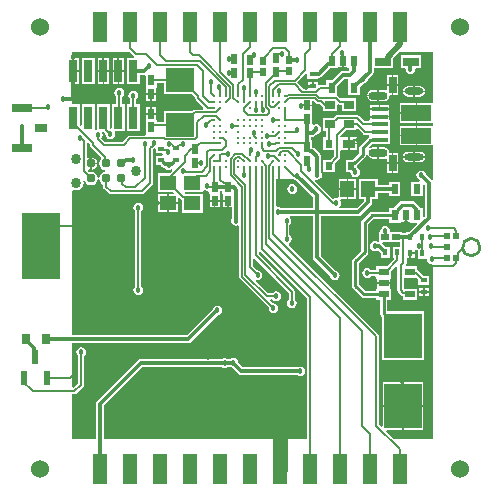
<source format=gtl>
G04*
G04 #@! TF.GenerationSoftware,Altium Limited,Altium Designer,19.0.15 (446)*
G04*
G04 Layer_Physical_Order=1*
G04 Layer_Color=25308*
%FSLAX25Y25*%
%MOIN*%
G70*
G01*
G75*
%ADD11C,0.01000*%
%ADD15C,0.00800*%
%ADD17R,0.02055X0.02362*%
%ADD18R,0.02362X0.03347*%
%ADD19R,0.03347X0.02362*%
%ADD20R,0.02362X0.04724*%
%ADD21R,0.02362X0.02756*%
%ADD22R,0.04331X0.03150*%
%ADD23R,0.02756X0.03347*%
%ADD24R,0.01772X0.02165*%
%ADD25R,0.02900X0.07500*%
%ADD26R,0.05315X0.02756*%
%ADD27R,0.05512X0.04921*%
%ADD28R,0.01968X0.02559*%
%ADD29R,0.09449X0.07874*%
%ADD30C,0.01200*%
%ADD31R,0.02756X0.05610*%
%ADD32R,0.09843X0.05610*%
%ADD33R,0.05512X0.01575*%
%ADD34R,0.06693X0.03150*%
%ADD35R,0.02559X0.01968*%
%ADD36R,0.04921X0.05512*%
%ADD37R,0.03347X0.02756*%
%ADD38R,0.02165X0.01772*%
%ADD39R,0.12500X0.15000*%
%ADD43C,0.00394*%
%ADD74C,0.03100*%
%ADD75C,0.01200*%
%ADD76C,0.00500*%
%ADD77C,0.02000*%
%ADD78C,0.05000*%
%ADD79R,0.13000X0.22000*%
%ADD80C,0.03400*%
%ADD81R,0.05000X0.10000*%
%ADD82O,0.06299X0.02756*%
%ADD83O,0.06496X0.02362*%
%ADD84O,0.06299X0.02362*%
%ADD85C,0.06000*%
%ADD86C,0.01800*%
%ADD87C,0.04000*%
G36*
X31250Y-13595D02*
X32442D01*
X32859Y-13795D01*
X33061D01*
X33176Y-13910D01*
Y-14550D01*
X32951Y-14774D01*
X30948D01*
X30441Y-14875D01*
X30011Y-15163D01*
X27266Y-17907D01*
X25379D01*
Y-19312D01*
X23537D01*
X23166Y-19385D01*
X23083Y-19441D01*
X22583Y-19174D01*
Y-18402D01*
X21250D01*
Y-19788D01*
X21000D01*
Y-20038D01*
X19417D01*
Y-20671D01*
X17741D01*
X15672Y-18602D01*
X18717Y-15556D01*
X19217Y-15763D01*
Y-17437D01*
X22783D01*
Y-17035D01*
X22972D01*
X23480Y-16934D01*
X23910Y-16647D01*
X26750Y-13807D01*
X26807Y-13795D01*
X29141Y-13795D01*
X29558Y-13595D01*
X29641D01*
X30750D01*
Y-11422D01*
X31250D01*
Y-13595D01*
D02*
G37*
G36*
X61100Y-24969D02*
X60948Y-25405D01*
X60600Y-25405D01*
X55777D01*
Y-28711D01*
Y-32016D01*
X60600D01*
X60948Y-32016D01*
X61100Y-32453D01*
Y-32547D01*
X60948Y-32984D01*
X60600Y-32984D01*
X55777D01*
Y-36290D01*
Y-39595D01*
X60600D01*
X60948Y-39595D01*
X61100Y-40031D01*
Y-50855D01*
X60757Y-51009D01*
X60600Y-51025D01*
X58771Y-49196D01*
X58707Y-48876D01*
X58354Y-48346D01*
X57824Y-47993D01*
X57200Y-47869D01*
X56576Y-47993D01*
X56046Y-48346D01*
X55693Y-48876D01*
X55569Y-49500D01*
X55693Y-50124D01*
X56046Y-50653D01*
X56576Y-51007D01*
X56626Y-51017D01*
X56735Y-51198D01*
X56453Y-51698D01*
X53859D01*
Y-56444D01*
X57621D01*
Y-52613D01*
X58101Y-52401D01*
X58375Y-52620D01*
Y-63080D01*
X58101Y-63299D01*
X57621Y-63087D01*
Y-60556D01*
X56887D01*
X56871Y-60472D01*
X56605Y-60075D01*
X54965Y-58435D01*
X54568Y-58170D01*
X54100Y-58077D01*
X50600D01*
X50132Y-58170D01*
X49735Y-58435D01*
X48076Y-60094D01*
X47811Y-60491D01*
X47798Y-60556D01*
X46379D01*
Y-61706D01*
X40709D01*
X40241Y-61799D01*
X39844Y-62064D01*
X37435Y-64473D01*
X37170Y-64870D01*
X37077Y-65339D01*
Y-74656D01*
X34335Y-77398D01*
X34070Y-77794D01*
X33977Y-78263D01*
Y-86300D01*
X34070Y-86768D01*
X34335Y-87165D01*
X37275Y-90105D01*
X37672Y-90371D01*
X38140Y-90464D01*
X42198D01*
Y-91121D01*
X43347D01*
Y-95414D01*
X43440Y-95882D01*
X43706Y-96279D01*
X44050Y-96624D01*
Y-111200D01*
X57950D01*
Y-94800D01*
X45794D01*
Y-91121D01*
X46944D01*
X46944Y-87359D01*
X46744Y-86942D01*
Y-86859D01*
Y-85750D01*
X44571D01*
X42398D01*
Y-86942D01*
X42198Y-87359D01*
X42198Y-87517D01*
X42001Y-88017D01*
X38647D01*
X36424Y-85793D01*
Y-78769D01*
X39165Y-76028D01*
X39430Y-75631D01*
X39524Y-75163D01*
Y-65845D01*
X41216Y-64153D01*
X46379D01*
Y-65302D01*
X50141D01*
Y-65302D01*
X50319Y-65102D01*
X51750D01*
Y-62929D01*
X52250D01*
Y-65102D01*
X53442D01*
X53859Y-65302D01*
X53859Y-65302D01*
X53859Y-65302D01*
X55570D01*
X55761Y-65764D01*
X53195Y-68331D01*
X51973D01*
Y-68788D01*
X50850D01*
Y-68429D01*
X47001D01*
X46731Y-68100D01*
X46607Y-67476D01*
X46253Y-66947D01*
X45724Y-66593D01*
X45100Y-66469D01*
X44476Y-66593D01*
X43946Y-66947D01*
X43593Y-67476D01*
X43469Y-68100D01*
X43198Y-68429D01*
X43150D01*
Y-71346D01*
X43150Y-71759D01*
X43132Y-71775D01*
X42596Y-71775D01*
X42324Y-71593D01*
X41700Y-71469D01*
X41076Y-71593D01*
X40547Y-71947D01*
X40193Y-72476D01*
X40069Y-73100D01*
X40193Y-73724D01*
X40547Y-74253D01*
X41076Y-74607D01*
X41700Y-74731D01*
X42324Y-74607D01*
X42588Y-74431D01*
X43646Y-75489D01*
Y-76983D01*
X46817D01*
Y-73417D01*
X45323D01*
X44204Y-72298D01*
X44394Y-71798D01*
X50078D01*
Y-73417D01*
X47583D01*
Y-76983D01*
X48200D01*
Y-77530D01*
X45851Y-79879D01*
X42198D01*
Y-81131D01*
X40377D01*
X40253Y-80946D01*
X39724Y-80593D01*
X39100Y-80469D01*
X38476Y-80593D01*
X37947Y-80946D01*
X37593Y-81476D01*
X37469Y-82100D01*
X37593Y-82724D01*
X37947Y-83254D01*
X38476Y-83607D01*
X39100Y-83731D01*
X39724Y-83607D01*
X40253Y-83254D01*
X40377Y-83069D01*
X41844D01*
X42198Y-83422D01*
Y-83641D01*
X42398Y-84058D01*
Y-84141D01*
Y-85250D01*
X44571D01*
X46744D01*
Y-84058D01*
X46944Y-83641D01*
X46944Y-83402D01*
Y-81526D01*
X48697Y-79773D01*
X49197Y-79980D01*
Y-87818D01*
X49197Y-87818D01*
X49282Y-88248D01*
X49525Y-88612D01*
X50366Y-89452D01*
X50366Y-89452D01*
X50730Y-89695D01*
X51056Y-89760D01*
Y-91121D01*
X55802D01*
Y-87359D01*
X51445D01*
X51440Y-87354D01*
Y-83641D01*
X55708D01*
X56217Y-84150D01*
Y-86149D01*
X59783D01*
Y-82977D01*
X57784D01*
X56244Y-81437D01*
X55930Y-81228D01*
X55802Y-81202D01*
Y-79879D01*
X52177D01*
X52132Y-79770D01*
X52030Y-79379D01*
X52236Y-79071D01*
X52322Y-78642D01*
X52322Y-78642D01*
Y-77083D01*
X53308D01*
Y-75500D01*
X53558D01*
Y-75250D01*
X54944D01*
Y-74440D01*
X55093Y-74334D01*
X55444Y-74219D01*
X55876Y-74507D01*
X55910Y-74514D01*
Y-77283D01*
X58790D01*
X58969Y-77500D01*
X59093Y-78124D01*
X59447Y-78654D01*
X59976Y-79007D01*
X60600Y-79131D01*
X60713Y-79109D01*
X61100Y-79426D01*
Y-137500D01*
X47970D01*
X45432Y-134962D01*
X45623Y-134500D01*
X50850D01*
Y-126750D01*
X44350D01*
Y-133227D01*
X43888Y-133418D01*
X43069Y-132599D01*
Y-103200D01*
X42995Y-102829D01*
X42785Y-102515D01*
X12940Y-72670D01*
X13071Y-72094D01*
X13431Y-71854D01*
X13784Y-71324D01*
X13908Y-70700D01*
X13784Y-70076D01*
X13431Y-69547D01*
X13219Y-69405D01*
Y-66077D01*
X13404Y-65953D01*
X13757Y-65424D01*
X13881Y-64800D01*
X13757Y-64176D01*
X13404Y-63647D01*
X13372Y-63626D01*
X13524Y-63125D01*
X20975D01*
Y-76900D01*
X21075Y-77407D01*
X21363Y-77837D01*
X26729Y-83204D01*
X26793Y-83524D01*
X27147Y-84053D01*
X27676Y-84407D01*
X28300Y-84531D01*
X28924Y-84407D01*
X29454Y-84053D01*
X29807Y-83524D01*
X29931Y-82900D01*
X29807Y-82276D01*
X29454Y-81747D01*
X28924Y-81393D01*
X28604Y-81329D01*
X23626Y-76351D01*
Y-63125D01*
X36200D01*
X36707Y-63025D01*
X37137Y-62737D01*
X40382Y-59492D01*
X40670Y-59062D01*
X40770Y-58555D01*
Y-57556D01*
X42606D01*
Y-55396D01*
X46379D01*
Y-56444D01*
X50141D01*
Y-51698D01*
X46379D01*
Y-52745D01*
X42606D01*
Y-50644D01*
X36284D01*
Y-57556D01*
X37999D01*
X38070Y-58056D01*
X35651Y-60474D01*
X29991D01*
X29839Y-59974D01*
X30020Y-59854D01*
X30374Y-59324D01*
X30498Y-58700D01*
X30374Y-58076D01*
X30227Y-57856D01*
X30494Y-57356D01*
X32305D01*
Y-54350D01*
X29594D01*
Y-56707D01*
X29094Y-57114D01*
X28867Y-57069D01*
X28242Y-57193D01*
X27835Y-57465D01*
X21746Y-51376D01*
X22011Y-50934D01*
X22500Y-51031D01*
X23124Y-50907D01*
X23653Y-50554D01*
X24007Y-50024D01*
X24131Y-49400D01*
X24007Y-48776D01*
X23825Y-48504D01*
Y-43368D01*
X23725Y-42861D01*
X23437Y-42431D01*
X21576Y-40569D01*
X21145Y-40282D01*
X20881Y-40229D01*
Y-37863D01*
X20325D01*
Y-36641D01*
X20984D01*
X21491Y-36540D01*
X21921Y-36253D01*
X22503Y-35671D01*
X22824Y-35607D01*
X23354Y-35254D01*
X23707Y-34724D01*
X23831Y-34100D01*
X23707Y-33476D01*
X23354Y-32947D01*
X22824Y-32593D01*
X22200Y-32469D01*
X21576Y-32593D01*
X21381Y-32723D01*
X20881Y-32456D01*
Y-28391D01*
X20681D01*
Y-26486D01*
X19000D01*
Y-25986D01*
X20681D01*
Y-24782D01*
X21312D01*
X22028Y-25498D01*
X22342Y-25708D01*
X22713Y-25782D01*
X23412D01*
X24327Y-26697D01*
Y-28130D01*
X29073D01*
Y-26113D01*
X29573Y-25885D01*
X29712Y-25978D01*
X30083Y-26051D01*
X30727D01*
Y-28030D01*
X35473D01*
Y-23874D01*
X30727D01*
Y-23874D01*
X30232Y-23862D01*
X29498Y-23128D01*
X29385Y-23053D01*
X29141Y-22654D01*
Y-19782D01*
X31497Y-17425D01*
X32815D01*
X32859Y-17907D01*
X32859D01*
Y-22654D01*
X36621D01*
Y-20231D01*
X36751Y-20144D01*
X38004Y-18891D01*
X38424Y-18807D01*
X38954Y-18453D01*
X39307Y-17924D01*
X39391Y-17504D01*
X40937Y-15958D01*
X41225Y-15528D01*
X41326Y-15021D01*
Y-13714D01*
X47633D01*
Y-11426D01*
X47666Y-11258D01*
X47666Y-11258D01*
Y-10697D01*
X49863Y-8500D01*
X61100D01*
Y-24969D01*
D02*
G37*
G36*
X-38585Y-9785D02*
X-38487Y-9850D01*
X-38639Y-10350D01*
X-40950D01*
Y-19250D01*
X-36650D01*
Y-16126D01*
X-35400D01*
X-35181Y-16082D01*
X-34681Y-16439D01*
Y-20310D01*
X-34481D01*
Y-22214D01*
X-32800D01*
X-31119D01*
Y-20310D01*
X-30919D01*
Y-18788D01*
X-28724D01*
Y-22457D01*
X-19213D01*
X-18169Y-23501D01*
Y-23920D01*
X-18095Y-24290D01*
X-17885Y-24605D01*
X-15600Y-26890D01*
Y-27631D01*
X-18332D01*
X-18703Y-27705D01*
X-19017Y-27915D01*
X-19245Y-28143D01*
X-28724D01*
Y-31812D01*
X-30919D01*
Y-31191D01*
X-31119D01*
Y-29286D01*
X-34481D01*
Y-31191D01*
X-34681D01*
Y-35937D01*
X-35039Y-36281D01*
X-39834D01*
X-40205Y-36355D01*
X-40519Y-36565D01*
X-42485Y-38531D01*
X-48299D01*
X-49518Y-37312D01*
X-49193Y-36824D01*
X-49069Y-36200D01*
X-49193Y-35576D01*
X-49277Y-35450D01*
X-49157Y-35103D01*
X-49025Y-34952D01*
X-48717Y-34984D01*
X-48578Y-35192D01*
X-48088Y-35682D01*
X-48131Y-35900D01*
X-48007Y-36524D01*
X-47653Y-37053D01*
X-47124Y-37407D01*
X-46500Y-37531D01*
X-45876Y-37407D01*
X-45347Y-37053D01*
X-44993Y-36524D01*
X-44869Y-35900D01*
X-44993Y-35276D01*
X-45050Y-35191D01*
X-44814Y-34750D01*
X-41650D01*
Y-25850D01*
X-42531D01*
Y-23277D01*
X-42347Y-23154D01*
X-41993Y-22624D01*
X-41869Y-22000D01*
X-41993Y-21376D01*
X-42347Y-20846D01*
X-42876Y-20493D01*
X-43500Y-20369D01*
X-44124Y-20493D01*
X-44653Y-20846D01*
X-45007Y-21376D01*
X-45131Y-22000D01*
X-45007Y-22624D01*
X-44653Y-23154D01*
X-44469Y-23277D01*
Y-25850D01*
X-45950D01*
Y-33692D01*
X-46438Y-34013D01*
X-46650Y-33912D01*
Y-25850D01*
X-50950D01*
Y-34195D01*
X-51150Y-34307D01*
X-51650Y-34015D01*
Y-25850D01*
X-55950D01*
Y-32710D01*
X-56450Y-32956D01*
X-56650Y-32803D01*
Y-25850D01*
X-59200D01*
Y-19050D01*
X-59050D01*
Y-14800D01*
Y-10550D01*
X-59200D01*
Y-8300D01*
X-40070D01*
X-38585Y-9785D01*
D02*
G37*
G36*
X-53319Y-39051D02*
Y-39350D01*
X-53245Y-39721D01*
X-53035Y-40035D01*
X-49484Y-43586D01*
X-49522Y-43978D01*
X-50020Y-44722D01*
X-50194Y-45600D01*
X-50020Y-46478D01*
X-49522Y-47222D01*
X-48778Y-47719D01*
X-48146Y-47845D01*
Y-48355D01*
X-48778Y-48480D01*
X-49522Y-48978D01*
X-50020Y-49722D01*
X-50145Y-50354D01*
X-50655D01*
X-50780Y-49722D01*
X-51278Y-48978D01*
X-52022Y-48480D01*
X-52900Y-48306D01*
X-53671Y-48459D01*
X-54066Y-48064D01*
X-54042Y-47904D01*
X-53974Y-47829D01*
X-53487Y-47573D01*
X-53150Y-47640D01*
Y-45600D01*
Y-43560D01*
X-53700Y-43669D01*
X-53890Y-43796D01*
X-54331Y-43561D01*
Y-38745D01*
X-53831Y-38538D01*
X-53319Y-39051D01*
D02*
G37*
G36*
X-31541Y-40590D02*
X-31283Y-40803D01*
Y-42217D01*
X-29197D01*
X-29008Y-42416D01*
X-28972Y-42507D01*
X-29275Y-42983D01*
X-31283D01*
Y-46154D01*
X-29728D01*
X-29605Y-46338D01*
X-29121Y-46822D01*
X-28691Y-47109D01*
X-28258Y-47195D01*
X-28219Y-47254D01*
X-27690Y-47607D01*
X-27066Y-47731D01*
X-26441Y-47607D01*
X-26153Y-47414D01*
X-26043Y-47432D01*
X-25870Y-47967D01*
X-26698Y-48794D01*
X-30656D01*
Y-55116D01*
X-25449D01*
X-25207Y-55420D01*
X-25411Y-55884D01*
X-26950D01*
Y-58595D01*
X-23944D01*
Y-57234D01*
X-23482Y-57043D01*
X-22998Y-57527D01*
X-22684Y-57737D01*
X-22556Y-57762D01*
Y-62006D01*
X-15644D01*
Y-55684D01*
X-21657D01*
X-21702Y-55616D01*
X-21435Y-55116D01*
X-15644D01*
Y-54684D01*
X-15144Y-54416D01*
X-14924Y-54563D01*
X-14300Y-54687D01*
X-14081Y-54644D01*
X-13581Y-55054D01*
Y-55910D01*
X-13381D01*
Y-57814D01*
X-11700D01*
X-10019D01*
Y-55910D01*
X-9819D01*
Y-54862D01*
X-9181D01*
Y-55910D01*
X-8981D01*
Y-57814D01*
X-7300D01*
Y-58064D01*
X-7050D01*
Y-60237D01*
X-5926D01*
Y-63804D01*
X-6107Y-64076D01*
X-6231Y-64700D01*
X-6107Y-65324D01*
X-5754Y-65854D01*
X-5224Y-66207D01*
X-4600Y-66331D01*
X-3976Y-66207D01*
X-3910Y-66163D01*
X-3469Y-66399D01*
Y-83400D01*
X-3395Y-83771D01*
X-3185Y-84085D01*
X6312Y-93582D01*
X6269Y-93800D01*
X6393Y-94424D01*
X6746Y-94954D01*
X7276Y-95307D01*
X7900Y-95431D01*
X8524Y-95307D01*
X9053Y-94954D01*
X9407Y-94424D01*
X9531Y-93800D01*
X9407Y-93176D01*
X9053Y-92646D01*
X8524Y-92293D01*
X7900Y-92169D01*
X7682Y-92212D01*
X6800Y-91331D01*
X6992Y-90869D01*
X7523D01*
X7647Y-91053D01*
X8176Y-91407D01*
X8800Y-91531D01*
X9424Y-91407D01*
X9954Y-91053D01*
X10307Y-90524D01*
X10431Y-89900D01*
X10307Y-89276D01*
X9954Y-88747D01*
X9424Y-88393D01*
X8800Y-88269D01*
X8176Y-88393D01*
X7647Y-88747D01*
X7523Y-88931D01*
X6101D01*
X1990Y-84820D01*
X2236Y-84359D01*
X2600Y-84431D01*
X3224Y-84307D01*
X3754Y-83953D01*
X4107Y-83424D01*
X4231Y-82800D01*
X4107Y-82176D01*
X3754Y-81647D01*
X3224Y-81293D01*
X2600Y-81169D01*
X2382Y-81212D01*
X969Y-79799D01*
Y-77346D01*
X1469Y-77138D01*
X13031Y-88701D01*
Y-90923D01*
X12846Y-91047D01*
X12493Y-91576D01*
X12369Y-92200D01*
X12493Y-92824D01*
X12846Y-93353D01*
X13376Y-93707D01*
X14000Y-93831D01*
X14624Y-93707D01*
X15154Y-93353D01*
X15507Y-92824D01*
X15631Y-92200D01*
X15507Y-91576D01*
X15154Y-91047D01*
X14969Y-90923D01*
Y-88300D01*
X14895Y-87929D01*
X14685Y-87615D01*
X2937Y-75867D01*
Y-75214D01*
X3437Y-75007D01*
X19031Y-90601D01*
Y-137500D01*
X-48674D01*
Y-126249D01*
X-35851Y-113426D01*
X-9296D01*
X-9024Y-113607D01*
X-8400Y-113731D01*
X-7776Y-113607D01*
X-7504Y-113426D01*
X-6269D01*
X-6124Y-113522D01*
X-5910Y-113565D01*
X-3737Y-115737D01*
X-3307Y-116025D01*
X-2800Y-116126D01*
X16004D01*
X16276Y-116307D01*
X16900Y-116431D01*
X17524Y-116307D01*
X18054Y-115954D01*
X18407Y-115424D01*
X18531Y-114800D01*
X18407Y-114176D01*
X18054Y-113646D01*
X17524Y-113293D01*
X16900Y-113169D01*
X16276Y-113293D01*
X16004Y-113475D01*
X-2251D01*
X-3908Y-111818D01*
X-3993Y-111391D01*
X-4346Y-110861D01*
X-4876Y-110508D01*
X-5500Y-110384D01*
X-6124Y-110508D01*
X-6523Y-110775D01*
X-7504D01*
X-7776Y-110593D01*
X-8400Y-110469D01*
X-9024Y-110593D01*
X-9296Y-110775D01*
X-36400D01*
X-36907Y-110875D01*
X-37337Y-111163D01*
X-50937Y-124763D01*
X-51225Y-125193D01*
X-51326Y-125700D01*
Y-137500D01*
X-59200D01*
Y-122569D01*
X-58500D01*
X-58129Y-122495D01*
X-57815Y-122285D01*
X-55515Y-119985D01*
X-55305Y-119671D01*
X-55231Y-119300D01*
Y-109777D01*
X-55046Y-109653D01*
X-54693Y-109124D01*
X-54569Y-108500D01*
X-54693Y-107876D01*
X-55046Y-107346D01*
X-55576Y-106993D01*
X-56200Y-106869D01*
X-56824Y-106993D01*
X-57354Y-107346D01*
X-57707Y-107876D01*
X-57831Y-108500D01*
X-57707Y-109124D01*
X-57354Y-109653D01*
X-57169Y-109777D01*
Y-118899D01*
X-58700Y-120430D01*
X-59200Y-120223D01*
Y-105526D01*
X-20500D01*
X-19993Y-105425D01*
X-19563Y-105137D01*
X-10597Y-96171D01*
X-10276Y-96107D01*
X-9747Y-95754D01*
X-9393Y-95224D01*
X-9269Y-94600D01*
X-9393Y-93976D01*
X-9747Y-93446D01*
X-10276Y-93093D01*
X-10900Y-92969D01*
X-11524Y-93093D01*
X-12054Y-93446D01*
X-12407Y-93976D01*
X-12471Y-94296D01*
X-21049Y-102875D01*
X-59200D01*
Y-54734D01*
X-58700Y-54439D01*
X-57900Y-54598D01*
X-56944Y-54408D01*
X-56134Y-53866D01*
X-55592Y-53056D01*
X-55402Y-52100D01*
X-55505Y-51583D01*
X-55019Y-51478D01*
X-54522Y-52222D01*
X-53778Y-52719D01*
X-52900Y-52894D01*
X-52022Y-52719D01*
X-51278Y-52222D01*
X-50780Y-51478D01*
X-50655Y-50846D01*
X-50145D01*
X-50020Y-51478D01*
X-49522Y-52222D01*
X-48869Y-52659D01*
Y-53300D01*
X-48795Y-53671D01*
X-48585Y-53985D01*
X-47085Y-55485D01*
X-46771Y-55695D01*
X-46400Y-55769D01*
X-35800D01*
X-35429Y-55695D01*
X-35115Y-55485D01*
X-32515Y-52885D01*
X-32305Y-52571D01*
X-32231Y-52200D01*
Y-41001D01*
X-31783Y-40552D01*
X-31541Y-40590D01*
D02*
G37*
G36*
X14647Y-50854D02*
X15176Y-51207D01*
X15496Y-51271D01*
X20975Y-56749D01*
Y-60474D01*
X10546D01*
X10124Y-60193D01*
X9500Y-60069D01*
X9343Y-60100D01*
X8843Y-59690D01*
Y-50700D01*
X14544D01*
X14647Y-50854D01*
D02*
G37*
%LPC*%
G36*
X20750Y-18402D02*
X19417D01*
Y-19538D01*
X20750D01*
Y-18402D01*
D02*
G37*
G36*
X57082Y-9558D02*
X50367D01*
Y-13714D01*
X51641D01*
X51958Y-14101D01*
X51927Y-14258D01*
X52051Y-14883D01*
X52405Y-15412D01*
X52934Y-15765D01*
X53558Y-15890D01*
X54183Y-15765D01*
X54712Y-15412D01*
X55065Y-14883D01*
X55190Y-14258D01*
X55158Y-14101D01*
X55475Y-13714D01*
X57082D01*
Y-9558D01*
D02*
G37*
G36*
X49531Y-16203D02*
X47903D01*
Y-19258D01*
X49531D01*
Y-16203D01*
D02*
G37*
G36*
X47403D02*
X45775D01*
Y-19258D01*
X47403D01*
Y-16203D01*
D02*
G37*
G36*
Y-19758D02*
X45775D01*
Y-20961D01*
X45393Y-21165D01*
X45275Y-21176D01*
X44582Y-21038D01*
X43060D01*
Y-22953D01*
Y-24868D01*
X44582D01*
X45315Y-24722D01*
X45936Y-24307D01*
X46351Y-23686D01*
X46497Y-22953D01*
X46611Y-22813D01*
X47403D01*
Y-19758D01*
D02*
G37*
G36*
X56708Y-19881D02*
X54989D01*
Y-21344D01*
X58372D01*
X58291Y-20939D01*
X57920Y-20382D01*
X57364Y-20011D01*
X56708Y-19881D01*
D02*
G37*
G36*
X54489D02*
X52771D01*
X52115Y-20011D01*
X51559Y-20382D01*
X51187Y-20939D01*
X51107Y-21344D01*
X54489D01*
Y-19881D01*
D02*
G37*
G36*
X42560Y-21038D02*
X41039D01*
X40306Y-21184D01*
X39685Y-21599D01*
X39270Y-22220D01*
X39174Y-22703D01*
X42560D01*
Y-21038D01*
D02*
G37*
G36*
X49531Y-19758D02*
X47903D01*
Y-22813D01*
X49531D01*
Y-19758D01*
D02*
G37*
G36*
X58372Y-21845D02*
X54989D01*
Y-23309D01*
X56708D01*
X57364Y-23178D01*
X57920Y-22806D01*
X58291Y-22250D01*
X58372Y-21845D01*
D02*
G37*
G36*
X54489D02*
X51107D01*
X51187Y-22250D01*
X51559Y-22806D01*
X52115Y-23178D01*
X52771Y-23309D01*
X54489D01*
Y-21845D01*
D02*
G37*
G36*
X42560Y-23203D02*
X39174D01*
X39270Y-23686D01*
X39685Y-24307D01*
X40306Y-24722D01*
X41039Y-24868D01*
X42560D01*
Y-23203D01*
D02*
G37*
G36*
X46495Y-26094D02*
X43489D01*
Y-27132D01*
X46495D01*
Y-26094D01*
D02*
G37*
G36*
X42989D02*
X39983D01*
Y-27132D01*
X42989D01*
Y-26094D01*
D02*
G37*
G36*
X55277Y-25405D02*
X50106D01*
Y-28461D01*
X55277D01*
Y-25405D01*
D02*
G37*
G36*
X46495Y-27632D02*
X43239D01*
X39983D01*
Y-29691D01*
X43239D01*
X46495D01*
Y-28669D01*
Y-27632D01*
D02*
G37*
G36*
X55277Y-28961D02*
X50106D01*
Y-32016D01*
X55277D01*
Y-28961D01*
D02*
G37*
G36*
X55277Y-32984D02*
X50106D01*
Y-36040D01*
X55277D01*
Y-32984D01*
D02*
G37*
G36*
X33350Y-36925D02*
Y-38750D01*
X35765D01*
Y-36925D01*
X33350D01*
D02*
G37*
G36*
X55277Y-36540D02*
X50106D01*
Y-39595D01*
X55277D01*
Y-36540D01*
D02*
G37*
G36*
X35765Y-39250D02*
X33350D01*
Y-41075D01*
X35765D01*
Y-39250D01*
D02*
G37*
G36*
X56806Y-41691D02*
X54989D01*
Y-43156D01*
X58471D01*
X58390Y-42750D01*
X58018Y-42193D01*
X57462Y-41822D01*
X56806Y-41691D01*
D02*
G37*
G36*
X54489D02*
X52672D01*
X52017Y-41822D01*
X51460Y-42193D01*
X51089Y-42750D01*
X51008Y-43156D01*
X54489D01*
Y-41691D01*
D02*
G37*
G36*
X35700Y-29331D02*
X29243D01*
X28873Y-29405D01*
X28558Y-29615D01*
X27703Y-30470D01*
X24327D01*
Y-34626D01*
X25431D01*
Y-36922D01*
X24519D01*
Y-41078D01*
X28231D01*
Y-43082D01*
X26911Y-44402D01*
X24519D01*
Y-48558D01*
X28281D01*
Y-45772D01*
X29885Y-44168D01*
X30095Y-43854D01*
X30169Y-43483D01*
Y-41465D01*
X30435Y-41075D01*
X30669Y-41075D01*
X32850D01*
Y-39000D01*
Y-36925D01*
X30669D01*
X30435Y-36925D01*
X30169Y-36535D01*
Y-36454D01*
X32097Y-34526D01*
X35473D01*
Y-34096D01*
X35935Y-33905D01*
X37774Y-35744D01*
X38088Y-35954D01*
X38459Y-36028D01*
X39783D01*
Y-36764D01*
X39726Y-36775D01*
X39329Y-37040D01*
X36735Y-39635D01*
X36470Y-40032D01*
X36377Y-40500D01*
Y-42261D01*
X34235Y-44402D01*
X32006D01*
Y-48558D01*
X33528D01*
X33562Y-48600D01*
X33686Y-49224D01*
X34040Y-49753D01*
X34569Y-50107D01*
X35193Y-50231D01*
X35818Y-50107D01*
X36347Y-49753D01*
X36700Y-49224D01*
X36825Y-48600D01*
X36700Y-47976D01*
X36347Y-47447D01*
X36325Y-47432D01*
X36324Y-47425D01*
X36058Y-47028D01*
X35833Y-46803D01*
Y-46265D01*
X38465Y-43633D01*
X38730Y-43236D01*
X38796Y-42903D01*
X39050Y-42837D01*
X39309Y-42838D01*
X39685Y-43401D01*
X40306Y-43816D01*
X41039Y-43962D01*
X42560D01*
Y-42047D01*
Y-40132D01*
X41039D01*
X40306Y-40278D01*
X40165Y-40372D01*
X39846Y-39984D01*
X40701Y-39129D01*
X42952D01*
X43070Y-39105D01*
X46695D01*
Y-36546D01*
Y-33987D01*
Y-31013D01*
X46495D01*
Y-30191D01*
X43239D01*
X39983D01*
Y-31013D01*
X39783D01*
Y-31531D01*
X38301D01*
X36385Y-29615D01*
X36071Y-29405D01*
X35700Y-29331D01*
D02*
G37*
G36*
X58471Y-43656D02*
X54989D01*
Y-45120D01*
X56806D01*
X57462Y-44989D01*
X58018Y-44618D01*
X58390Y-44061D01*
X58471Y-43656D01*
D02*
G37*
G36*
X54489D02*
X51008D01*
X51089Y-44061D01*
X51460Y-44618D01*
X52017Y-44989D01*
X52672Y-45120D01*
X54489D01*
Y-43656D01*
D02*
G37*
G36*
X49531Y-42187D02*
X47903D01*
Y-45242D01*
X49531D01*
Y-42187D01*
D02*
G37*
G36*
X44582Y-40132D02*
X43060D01*
Y-42047D01*
Y-43962D01*
X44582D01*
X45275Y-43824D01*
X45393Y-43835D01*
X45775Y-44039D01*
Y-45242D01*
X47403D01*
Y-42187D01*
X46611D01*
X46497Y-42047D01*
X46351Y-41315D01*
X45936Y-40693D01*
X45315Y-40278D01*
X44582Y-40132D01*
D02*
G37*
G36*
X49531Y-45742D02*
X47903D01*
Y-48797D01*
X49531D01*
Y-45742D01*
D02*
G37*
G36*
X47403D02*
X45775D01*
Y-48797D01*
X47403D01*
Y-45742D01*
D02*
G37*
G36*
X35516Y-50844D02*
X32805D01*
Y-53850D01*
X35516D01*
Y-50844D01*
D02*
G37*
G36*
X32305D02*
X29594D01*
Y-53850D01*
X32305D01*
Y-50844D01*
D02*
G37*
G36*
X35516Y-54350D02*
X32805D01*
Y-57356D01*
X35516D01*
Y-54350D01*
D02*
G37*
G36*
X54944Y-75750D02*
X53808D01*
Y-77083D01*
X54944D01*
Y-75750D01*
D02*
G37*
G36*
X59583Y-87114D02*
X58250D01*
Y-88250D01*
X59583D01*
Y-87114D01*
D02*
G37*
G36*
X57750D02*
X56417D01*
Y-88250D01*
X57750D01*
Y-87114D01*
D02*
G37*
G36*
X59583Y-88750D02*
X58250D01*
Y-89886D01*
X59583D01*
Y-88750D01*
D02*
G37*
G36*
X57750D02*
X56417D01*
Y-89886D01*
X57750D01*
Y-88750D01*
D02*
G37*
G36*
X57850Y-118500D02*
X51350D01*
Y-126250D01*
X57850D01*
Y-118500D01*
D02*
G37*
G36*
X50850D02*
X44350D01*
Y-126250D01*
X50850D01*
Y-118500D01*
D02*
G37*
G36*
X57850Y-126750D02*
X51350D01*
Y-134500D01*
X57850D01*
Y-126750D01*
D02*
G37*
G36*
X-41850Y-10550D02*
X-43550D01*
Y-14550D01*
X-41850D01*
Y-10550D01*
D02*
G37*
G36*
X-44050D02*
X-45750D01*
Y-14550D01*
X-44050D01*
Y-10550D01*
D02*
G37*
G36*
X-46850D02*
X-48550D01*
Y-14550D01*
X-46850D01*
Y-10550D01*
D02*
G37*
G36*
X-49050D02*
X-50750D01*
Y-14550D01*
X-49050D01*
Y-10550D01*
D02*
G37*
G36*
X-56850D02*
X-58550D01*
Y-14550D01*
X-56850D01*
Y-10550D01*
D02*
G37*
G36*
X-41850Y-15050D02*
X-43550D01*
Y-19050D01*
X-41850D01*
Y-15050D01*
D02*
G37*
G36*
X-44050D02*
X-45750D01*
Y-19050D01*
X-44050D01*
Y-15050D01*
D02*
G37*
G36*
X-46850D02*
X-48550D01*
Y-19050D01*
X-46850D01*
Y-15050D01*
D02*
G37*
G36*
X-49050D02*
X-50750D01*
Y-19050D01*
X-49050D01*
Y-15050D01*
D02*
G37*
G36*
X-56850D02*
X-58550D01*
Y-19050D01*
X-56850D01*
Y-15050D01*
D02*
G37*
G36*
X-51650Y-10350D02*
X-55950D01*
Y-19250D01*
X-51650D01*
Y-10350D01*
D02*
G37*
G36*
X-31119Y-22714D02*
X-32550D01*
Y-24637D01*
X-31119D01*
Y-22714D01*
D02*
G37*
G36*
X-33050D02*
X-34481D01*
Y-24637D01*
X-33050D01*
Y-22714D01*
D02*
G37*
G36*
X-31119Y-26863D02*
X-32550D01*
Y-28786D01*
X-31119D01*
Y-26863D01*
D02*
G37*
G36*
X-33050D02*
X-34481D01*
Y-28786D01*
X-33050D01*
Y-26863D01*
D02*
G37*
G36*
X-38900Y-21321D02*
X-39524Y-21446D01*
X-40053Y-21799D01*
X-40407Y-22329D01*
X-40531Y-22953D01*
X-40407Y-23577D01*
X-40053Y-24106D01*
X-39769Y-24297D01*
Y-25850D01*
X-40950D01*
Y-34750D01*
X-36650D01*
Y-25850D01*
X-37831D01*
Y-24163D01*
X-37747Y-24106D01*
X-37393Y-23577D01*
X-37269Y-22953D01*
X-37393Y-22329D01*
X-37747Y-21799D01*
X-38276Y-21446D01*
X-38900Y-21321D01*
D02*
G37*
G36*
X-52650Y-43560D02*
Y-45350D01*
X-50860D01*
X-50969Y-44800D01*
X-51422Y-44122D01*
X-52100Y-43669D01*
X-52650Y-43560D01*
D02*
G37*
G36*
X-50860Y-45850D02*
X-52650D01*
Y-47640D01*
X-52100Y-47531D01*
X-51422Y-47078D01*
X-50969Y-46400D01*
X-50860Y-45850D01*
D02*
G37*
G36*
X-27450Y-55884D02*
X-30456D01*
Y-58595D01*
X-27450D01*
Y-55884D01*
D02*
G37*
G36*
X-7550Y-58314D02*
X-8981D01*
Y-60237D01*
X-7550D01*
Y-58314D01*
D02*
G37*
G36*
X-10019D02*
X-11450D01*
Y-60237D01*
X-10019D01*
Y-58314D01*
D02*
G37*
G36*
X-11950D02*
X-13381D01*
Y-60237D01*
X-11950D01*
Y-58314D01*
D02*
G37*
G36*
X-23944Y-59095D02*
X-26950D01*
Y-61805D01*
X-23944D01*
Y-59095D01*
D02*
G37*
G36*
X-27450D02*
X-30456D01*
Y-61805D01*
X-27450D01*
Y-59095D01*
D02*
G37*
G36*
X-37200Y-58669D02*
X-37824Y-58793D01*
X-38353Y-59146D01*
X-38707Y-59676D01*
X-38831Y-60300D01*
X-38707Y-60924D01*
X-38353Y-61453D01*
X-38169Y-61577D01*
Y-86494D01*
X-38353Y-86618D01*
X-38707Y-87147D01*
X-38831Y-87772D01*
X-38707Y-88396D01*
X-38353Y-88925D01*
X-37824Y-89279D01*
X-37200Y-89403D01*
X-36576Y-89279D01*
X-36046Y-88925D01*
X-35693Y-88396D01*
X-35569Y-87772D01*
X-35693Y-87147D01*
X-36046Y-86618D01*
X-36231Y-86494D01*
Y-61577D01*
X-36046Y-61453D01*
X-35693Y-60924D01*
X-35569Y-60300D01*
X-35693Y-59676D01*
X-36046Y-59146D01*
X-36576Y-58793D01*
X-37200Y-58669D01*
D02*
G37*
G36*
X14100Y-52469D02*
X13476Y-52593D01*
X12946Y-52947D01*
X12593Y-53476D01*
X12469Y-54100D01*
X12593Y-54724D01*
X12946Y-55253D01*
X13476Y-55607D01*
X14100Y-55731D01*
X14724Y-55607D01*
X15254Y-55253D01*
X15607Y-54724D01*
X15731Y-54100D01*
X15607Y-53476D01*
X15254Y-52947D01*
X14724Y-52593D01*
X14100Y-52469D01*
D02*
G37*
%LPD*%
D11*
X76736Y-73457D02*
G03*
X70941Y-73784I-2906J0D01*
G01*
D02*
G03*
X76736Y-73457I2888J327D01*
G01*
X35193Y-48600D02*
Y-47893D01*
X34658Y-47358D02*
X35193Y-47893D01*
X54100Y-59300D02*
X55740Y-60940D01*
Y-62929D02*
Y-60940D01*
X50600Y-59300D02*
X54100D01*
X38300Y-75163D02*
Y-65339D01*
X35200Y-78263D02*
X38300Y-75163D01*
Y-65339D02*
X40709Y-62929D01*
X35200Y-86300D02*
Y-78263D01*
X48941Y-60959D02*
X50600Y-59300D01*
X48941Y-62248D02*
Y-60959D01*
X48260Y-62929D02*
X48941Y-62248D01*
X40709Y-62929D02*
X48260D01*
X34569Y-47358D02*
X34658D01*
X33887Y-46677D02*
X34569Y-47358D01*
X33887Y-46677D02*
Y-46480D01*
X45100Y-70083D02*
Y-68100D01*
Y-70083D02*
X45130Y-70113D01*
X35200Y-86300D02*
X38140Y-89240D01*
X44571D01*
X51000Y-103000D02*
Y-101750D01*
X45250Y-96000D02*
X51000Y-101750D01*
X45157Y-96000D02*
X45250D01*
X44571Y-95414D02*
X45157Y-96000D01*
X44571Y-95414D02*
Y-89240D01*
X37600Y-42768D02*
Y-40500D01*
X34765Y-45602D02*
X37600Y-42768D01*
X34569Y-45602D02*
X34765D01*
X33887Y-46283D02*
X34569Y-45602D01*
X33887Y-46480D02*
Y-46283D01*
X37600Y-40500D02*
X40194Y-37905D01*
X42952D01*
X43239Y-37618D01*
D15*
X51159Y-88659D02*
X52848D01*
X53429Y-89240D01*
X50318Y-87818D02*
X51159Y-88659D01*
X50318Y-87818D02*
Y-79523D01*
X51100Y-70113D02*
X51200Y-70213D01*
Y-78642D02*
Y-70213D01*
X50318Y-79523D02*
X51200Y-78642D01*
D17*
X65664Y-77000D02*
D03*
X68900D02*
D03*
Y-69913D02*
D03*
X65664D02*
D03*
Y-73457D02*
D03*
D18*
X34740Y-11422D02*
D03*
X31000D02*
D03*
X27260D02*
D03*
Y-20280D02*
D03*
X34740D02*
D03*
X-32800Y-33564D02*
D03*
Y-29036D02*
D03*
X48260Y-62929D02*
D03*
X52000D02*
D03*
X55740D02*
D03*
Y-54071D02*
D03*
X48260D02*
D03*
X-7300Y-53536D02*
D03*
Y-58064D02*
D03*
X-11700Y-53536D02*
D03*
Y-58064D02*
D03*
X-18200Y-40936D02*
D03*
Y-45464D02*
D03*
X-5100Y-15414D02*
D03*
Y-10887D02*
D03*
X19000Y-40236D02*
D03*
Y-44764D02*
D03*
Y-30764D02*
D03*
Y-26236D02*
D03*
X8800Y-10536D02*
D03*
Y-15064D02*
D03*
X200Y-15564D02*
D03*
Y-11036D02*
D03*
X-32800Y-17936D02*
D03*
Y-22464D02*
D03*
D19*
X44571Y-81760D02*
D03*
Y-85500D02*
D03*
Y-89240D02*
D03*
X53429D02*
D03*
Y-81760D02*
D03*
D20*
X-75180Y-117200D02*
D03*
X-67700D02*
D03*
X-71440Y-110113D02*
D03*
D21*
X33887Y-46480D02*
D03*
X26400D02*
D03*
Y-39000D02*
D03*
D22*
X33100D02*
D03*
X-69504Y-33800D02*
D03*
D23*
X-74448Y-104200D02*
D03*
X-67952D02*
D03*
D24*
X49169Y-75200D02*
D03*
X45232D02*
D03*
X57495Y-70113D02*
D03*
X53558D02*
D03*
X57495Y-75500D02*
D03*
X53558D02*
D03*
D25*
X-58800Y-30300D02*
D03*
Y-14800D02*
D03*
X-53800Y-30300D02*
D03*
Y-14800D02*
D03*
X-48800Y-30300D02*
D03*
Y-14800D02*
D03*
X-43800Y-30300D02*
D03*
Y-14800D02*
D03*
X-38800Y-30300D02*
D03*
Y-14800D02*
D03*
D26*
X53724Y-11636D02*
D03*
X44276D02*
D03*
D27*
X-19100Y-58845D02*
D03*
Y-51955D02*
D03*
X-27200Y-58845D02*
D03*
Y-51955D02*
D03*
D28*
X4300Y-11530D02*
D03*
Y-15270D02*
D03*
X13000Y-11130D02*
D03*
Y-14870D02*
D03*
D29*
X-23300Y-17820D02*
D03*
Y-32780D02*
D03*
D30*
X11811Y-23189D02*
D03*
Y-25157D02*
D03*
Y-27126D02*
D03*
Y-31063D02*
D03*
Y-33031D02*
D03*
Y-35000D02*
D03*
Y-36968D02*
D03*
Y-38937D02*
D03*
Y-42874D02*
D03*
Y-44842D02*
D03*
Y-46811D02*
D03*
X9843Y-23189D02*
D03*
Y-25157D02*
D03*
Y-27126D02*
D03*
Y-31063D02*
D03*
Y-33031D02*
D03*
Y-35000D02*
D03*
Y-36968D02*
D03*
Y-38937D02*
D03*
Y-42874D02*
D03*
Y-44842D02*
D03*
Y-46811D02*
D03*
X7874Y-23189D02*
D03*
Y-25157D02*
D03*
Y-35000D02*
D03*
Y-44842D02*
D03*
Y-46811D02*
D03*
X3937Y-23189D02*
D03*
Y-25157D02*
D03*
Y-31063D02*
D03*
Y-33031D02*
D03*
Y-35000D02*
D03*
Y-36968D02*
D03*
Y-38937D02*
D03*
Y-44842D02*
D03*
Y-46811D02*
D03*
X1969Y-23189D02*
D03*
Y-25157D02*
D03*
Y-31063D02*
D03*
Y-33031D02*
D03*
Y-36968D02*
D03*
Y-38937D02*
D03*
Y-44842D02*
D03*
Y-46811D02*
D03*
X0Y-23189D02*
D03*
Y-25157D02*
D03*
Y-27126D02*
D03*
Y-31063D02*
D03*
Y-33031D02*
D03*
Y-36968D02*
D03*
Y-38937D02*
D03*
Y-42874D02*
D03*
Y-44842D02*
D03*
Y-46811D02*
D03*
X-1969Y-23189D02*
D03*
Y-25157D02*
D03*
Y-31063D02*
D03*
Y-33031D02*
D03*
Y-36968D02*
D03*
Y-38937D02*
D03*
Y-44842D02*
D03*
Y-46811D02*
D03*
X-3937Y-23189D02*
D03*
Y-25157D02*
D03*
Y-31063D02*
D03*
Y-33031D02*
D03*
Y-35000D02*
D03*
Y-36968D02*
D03*
Y-38937D02*
D03*
Y-44842D02*
D03*
Y-46811D02*
D03*
X-7874Y-23189D02*
D03*
Y-25157D02*
D03*
Y-35000D02*
D03*
Y-44842D02*
D03*
Y-46811D02*
D03*
X-9843Y-23189D02*
D03*
Y-25157D02*
D03*
Y-27126D02*
D03*
Y-31063D02*
D03*
Y-33031D02*
D03*
Y-35000D02*
D03*
Y-36968D02*
D03*
Y-38937D02*
D03*
Y-42874D02*
D03*
Y-44842D02*
D03*
Y-46811D02*
D03*
X-11811Y-23189D02*
D03*
Y-25157D02*
D03*
Y-27126D02*
D03*
Y-31063D02*
D03*
Y-33031D02*
D03*
Y-35000D02*
D03*
Y-36968D02*
D03*
Y-38937D02*
D03*
Y-42874D02*
D03*
Y-44842D02*
D03*
Y-46811D02*
D03*
D31*
X47653Y-19508D02*
D03*
Y-45492D02*
D03*
D32*
X55527Y-36289D02*
D03*
Y-28711D02*
D03*
D33*
X43239Y-32500D02*
D03*
Y-29941D02*
D03*
Y-27382D02*
D03*
Y-35059D02*
D03*
Y-37618D02*
D03*
D34*
X-76000Y-27107D02*
D03*
Y-40493D02*
D03*
D35*
X48870Y-70113D02*
D03*
X45130D02*
D03*
D36*
X32555Y-54100D02*
D03*
X39445D02*
D03*
D37*
X33100Y-32448D02*
D03*
Y-25952D02*
D03*
X26700Y-32548D02*
D03*
Y-26052D02*
D03*
D38*
X-24600Y-44469D02*
D03*
Y-40532D02*
D03*
X-29500Y-44568D02*
D03*
Y-40631D02*
D03*
X21000Y-15851D02*
D03*
Y-19788D02*
D03*
X58000Y-84563D02*
D03*
Y-88500D02*
D03*
D39*
X51100Y-126500D02*
D03*
X51000Y-103000D02*
D03*
D43*
X73829Y-76410D02*
D03*
D74*
X-42900Y-45600D02*
D03*
Y-50600D02*
D03*
X-47900Y-45600D02*
D03*
X-52900Y-50600D02*
D03*
Y-45600D02*
D03*
X-47900Y-50600D02*
D03*
D75*
X35813Y-19207D02*
X40000Y-15021D01*
X-8400Y-112100D02*
X-5500D01*
X-58900Y-24226D02*
Y-14700D01*
X-20500Y-104200D02*
X-10900Y-94600D01*
X-67952Y-104200D02*
X-20500D01*
X-74448Y-104495D02*
X-71973Y-106970D01*
Y-109581D02*
Y-106970D01*
Y-109581D02*
X-71440Y-110113D01*
Y-109057D01*
X-62200Y-24226D02*
X-58900D01*
X-76000Y-40493D02*
Y-33600D01*
X19000Y-39868D02*
Y-35316D01*
X20984D01*
X43132Y-73100D02*
X45232Y-75200D01*
X41700Y-73100D02*
X43132D01*
X33500Y-16100D02*
X34740Y-14860D01*
X30948Y-16100D02*
X33500D01*
X27260Y-19788D02*
X30948Y-16100D01*
X34740Y-14860D02*
Y-11422D01*
X-36400Y-112100D02*
X-8400D01*
X-50000Y-125700D02*
X-36400Y-112100D01*
X-50000Y-147500D02*
Y-125700D01*
X51100Y-70113D02*
X53558D01*
X48870D02*
X51100D01*
X19000Y-35316D02*
Y-30764D01*
X20984Y-35316D02*
X22200Y-34100D01*
X22300Y-61800D02*
X36200D01*
X39445Y-58555D01*
Y-54100D01*
X22300Y-76900D02*
Y-61800D01*
Y-76900D02*
X28300Y-82900D01*
X57200Y-49500D02*
X59700Y-52000D01*
Y-63700D02*
Y-52000D01*
X53844Y-69556D02*
X59700Y-63700D01*
X53844Y-69828D02*
Y-69556D01*
X53558Y-70113D02*
X53844Y-69828D01*
X-4600Y-64700D02*
Y-54300D01*
X-5364Y-53536D02*
X-4600Y-54300D01*
X-7300Y-53536D02*
X-5364D01*
X9600Y-61800D02*
X22300D01*
X9500Y-61700D02*
X9600Y-61800D01*
X22300D02*
Y-56200D01*
X15800Y-49700D02*
X22300Y-56200D01*
X-2800Y-114800D02*
X16900D01*
X-5500Y-112100D02*
X-2800Y-114800D01*
X-11700Y-53536D02*
X-7300D01*
X-26817Y-45851D02*
X-25983D01*
X-25433Y-45301D01*
X-28184Y-45885D02*
X-27281D01*
X-28667Y-45401D02*
X-28184Y-45885D01*
X-41345Y-44317D02*
X-38900D01*
X-42628Y-45600D02*
X-41345Y-44317D01*
X-35400Y-14800D02*
X-33600Y-13000D01*
X-38800Y-14800D02*
X-35400D01*
X39474Y-54071D02*
X48260D01*
X13000Y-11130D02*
X15670D01*
X21000Y-15851D02*
X21142Y-15710D01*
X22972D01*
X26187Y-12495D01*
X26679D01*
X27260Y-11914D01*
Y-11422D01*
Y-20280D02*
Y-19788D01*
X35321Y-19207D02*
X35813D01*
X34740Y-19788D02*
X35321Y-19207D01*
X34740Y-20280D02*
Y-19788D01*
X40000Y-15021D02*
Y0D01*
X53558Y-14258D02*
Y-11802D01*
X53724Y-11636D01*
X20638Y-41506D02*
X22500Y-43368D01*
X19931Y-41506D02*
X20638D01*
X22500Y-49400D02*
Y-43368D01*
D76*
X18701Y-31063D02*
X19000Y-30764D01*
X11811Y-31063D02*
X18701D01*
X-11316Y-28600D02*
X-9843Y-27126D01*
X-18332Y-28600D02*
X-11316D01*
X-22513Y-32780D02*
X-18332Y-28600D01*
X-11206Y-29700D02*
X-9843Y-31063D01*
X-15369Y-29700D02*
X-11206D01*
X-17500Y-31831D02*
X-15369Y-29700D01*
X69363Y-75362D02*
X70941Y-73784D01*
X-52900Y-45600D02*
Y-42800D01*
X-12960Y-31063D02*
X-11811D01*
X-14700Y-32803D02*
X-12960Y-31063D01*
X-17500Y-36702D02*
Y-31831D01*
X-13163Y-44226D02*
X-11811Y-42874D01*
X-13163Y-48263D02*
Y-44226D01*
X6400Y-46316D02*
X7874Y-44842D01*
X6400Y-70400D02*
Y-46316D01*
Y-70400D02*
X37300Y-101300D01*
X3937Y-44842D02*
X5400Y-46306D01*
Y-72400D02*
Y-46306D01*
Y-72400D02*
X30000Y-97000D01*
X6524Y-28824D02*
Y-27638D01*
X5798Y-29550D02*
X6524Y-28824D01*
X-450Y-29550D02*
X5798D01*
X-1800Y-28200D02*
X-450Y-29550D01*
X-1800Y-28200D02*
Y-26957D01*
X5524Y-26638D02*
Y-18832D01*
Y-26638D02*
X6524Y-27638D01*
Y-26224D02*
X7073Y-26773D01*
X6524Y-26224D02*
Y-19876D01*
X1900Y-28063D02*
Y-27900D01*
X5524Y-18832D02*
X8800Y-15556D01*
X6524Y-19876D02*
X8400Y-18000D01*
X3937Y-26937D02*
Y-25157D01*
Y-26937D02*
X4200Y-27200D01*
X17069Y-48069D02*
Y-45960D01*
X12608Y-41500D02*
X17069Y-45960D01*
X10576Y-41500D02*
X12608D01*
X8000Y-43000D02*
X9843Y-44842D01*
X6000Y-43000D02*
X8000D01*
X-4794Y-42376D02*
X-2467D01*
X-6400Y-49500D02*
Y-43982D01*
X-4379Y-43376D02*
X-3435D01*
X-5400Y-44396D02*
X-4379Y-43376D01*
X-5400Y-49000D02*
Y-44396D01*
X-6400Y-43982D02*
X-4794Y-42376D01*
X13000Y-11130D02*
Y-8300D01*
X11900Y-7200D02*
X13000Y-8300D01*
X7800Y-7200D02*
X11900D01*
X5034Y-9966D02*
X7800Y-7200D01*
X10438Y-9262D02*
X10719Y-8981D01*
X9731Y-9262D02*
X10438D01*
X5034Y-10796D02*
Y-9966D01*
X4300Y-11530D02*
X5034Y-10796D01*
X-17200Y-23920D02*
Y-23100D01*
X-22480Y-17820D02*
X-17200Y-23100D01*
X-23300Y-17820D02*
X-22480D01*
X-17200Y-23920D02*
X-13994Y-27126D01*
X37300Y-133200D02*
X40000Y-135900D01*
X37300Y-133200D02*
Y-101300D01*
X40000Y-147500D02*
Y-135900D01*
X30000Y-147500D02*
Y-97000D01*
X12250Y-70673D02*
X12277Y-70700D01*
X12250Y-70673D02*
Y-64800D01*
X-13820Y-53536D02*
X-11700D01*
X-14300Y-53056D02*
X-13820Y-53536D01*
X-59835Y-117200D02*
X-58135Y-115500D01*
X-67700Y-117200D02*
X-59835D01*
X-75800Y-118200D02*
X-72400Y-121600D01*
X-58500D01*
X68900Y-69913D02*
Y-68100D01*
X68000Y-67200D02*
X68900Y-68100D01*
X-6400Y-49500D02*
X-2500Y-53400D01*
X-10400Y-20000D02*
X-10376D01*
X-9843Y-20533D01*
X60287Y-69913D02*
X65664D01*
X60200Y-70000D02*
X60287Y-69913D01*
X59500Y-67200D02*
X68000D01*
X-20000Y-8500D02*
Y0D01*
Y-8500D02*
X-19000Y-9500D01*
X-1969Y-49600D02*
Y-46811D01*
X-27052Y-51807D02*
X-26905Y-51955D01*
X-30900Y-12800D02*
X-17500D01*
X-34600Y-9100D02*
X-30900Y-12800D01*
X-37900Y-9100D02*
X-34600D01*
X12481Y-23074D02*
X12741Y-22813D01*
X11926Y-23074D02*
X12481D01*
X12741Y-22813D02*
X22127D01*
X-58900Y-66600D02*
X-57800Y-65500D01*
X-68104Y-66600D02*
X-58900D01*
X-67700Y-117200D02*
X-67157Y-116657D01*
X67900Y-79900D02*
X68900Y-78900D01*
X59400Y-79900D02*
X67900D01*
X-50700Y-37500D02*
Y-36200D01*
Y-37500D02*
X-48700Y-39500D01*
X60400Y-73000D02*
X60752D01*
X61208Y-73457D01*
X50000Y-147500D02*
Y-140900D01*
X42100Y-133000D02*
X50000Y-140900D01*
X42100Y-133000D02*
Y-103200D01*
X-58500Y-121600D02*
X-56200Y-119300D01*
Y-108500D01*
X1969Y-43541D02*
X2600Y-42910D01*
Y-42600D01*
X1969Y-44842D02*
Y-43541D01*
X49169Y-77931D02*
Y-75200D01*
X45340Y-81760D02*
X49169Y-77931D01*
X44571Y-81760D02*
X45340D01*
X-5400Y-49000D02*
X-1500Y-52900D01*
Y-82700D02*
Y-52900D01*
Y-82700D02*
X5700Y-89900D01*
X-2500Y-83400D02*
X7900Y-93800D01*
X-2500Y-83400D02*
Y-53400D01*
X14000Y-92200D02*
Y-88300D01*
X1969Y-76269D02*
X14000Y-88300D01*
X1969Y-76269D02*
Y-46811D01*
X0Y-80200D02*
Y-46811D01*
Y-80200D02*
X2600Y-82800D01*
X-2467Y-42376D02*
X0Y-44842D01*
Y-41300D02*
X300Y-41000D01*
X0Y-42874D02*
Y-41300D01*
X9958Y-42118D02*
X10576Y-41500D01*
X9958Y-42759D02*
Y-42118D01*
X57495Y-73000D02*
Y-70113D01*
Y-75500D02*
Y-73000D01*
X14000Y-40400D02*
X16000Y-42400D01*
X9640Y-40400D02*
X14000D01*
X8740Y-41300D02*
X9640Y-40400D01*
X4900Y-41300D02*
X8740D01*
X3937Y-40337D02*
X4900Y-41300D01*
X3937Y-40337D02*
Y-38937D01*
X27700Y-58700D02*
X28867D01*
X17069Y-48069D02*
X27700Y-58700D01*
X29200Y-43483D02*
Y-36053D01*
X26400Y-46283D02*
X29200Y-43483D01*
X29243Y-30300D02*
X35700D01*
X26995Y-32548D02*
X29243Y-30300D01*
X37900Y-32500D02*
X43239D01*
X35700Y-30300D02*
X37900Y-32500D01*
X38459Y-35059D02*
X43239D01*
X35848Y-32448D02*
X38459Y-35059D01*
X33100Y-32448D02*
X35848D01*
X25052Y-26052D02*
X26700D01*
X23813Y-24813D02*
X25052Y-26052D01*
X22713Y-24813D02*
X23813D01*
X21713Y-23813D02*
X22713Y-24813D01*
X13156Y-23813D02*
X21713D01*
X28813D02*
X30083Y-25083D01*
X23127Y-23813D02*
X28813D01*
X22127Y-22813D02*
X23127Y-23813D01*
X30083Y-25083D02*
X32231D01*
X11811Y-25157D02*
X13156Y-23813D01*
X20000Y-7600D02*
Y0D01*
X18500Y-9100D02*
X20000Y-7600D01*
X18500Y-14403D02*
Y-9100D01*
X8400Y-18000D02*
X14904D01*
X18500Y-14403D01*
X14907Y-19207D02*
X17340Y-21640D01*
X9702Y-19207D02*
X14907D01*
X7874Y-21035D02*
X9702Y-19207D01*
X7874Y-23189D02*
Y-21035D01*
X-6436Y-23720D02*
Y-20013D01*
X-16950Y-9500D02*
X-6436Y-20013D01*
X-5436Y-23658D02*
Y-19599D01*
X-10000Y-15035D02*
X-5436Y-19599D01*
X-17500Y-12800D02*
X-15600Y-14700D01*
Y-23000D02*
Y-14700D01*
Y-23000D02*
X-13442Y-25157D01*
X-11811D01*
X-8950Y-36968D02*
X-7900Y-38018D01*
Y-39700D02*
Y-38018D01*
X-9300Y-41100D02*
X-7900Y-39700D01*
X-9843Y-36968D02*
X-8950D01*
X-13587Y-41100D02*
X-9300D01*
X-14163Y-41676D02*
X-13587Y-41100D01*
X-14163Y-46463D02*
Y-41676D01*
X7874Y-60992D02*
Y-46811D01*
X7850Y-61016D02*
X7874Y-60992D01*
X7850Y-62384D02*
Y-61016D01*
Y-62384D02*
X7874Y-62407D01*
Y-68974D02*
Y-62407D01*
Y-68974D02*
X42100Y-103200D01*
X5700Y-89900D02*
X8800D01*
X20000Y-147500D02*
Y-90200D01*
X3937Y-74137D02*
X20000Y-90200D01*
X3937Y-74137D02*
Y-46811D01*
X-33200Y-40600D02*
X-32367Y-39767D01*
X-33200Y-52200D02*
Y-40600D01*
X-35800Y-54800D02*
X-33200Y-52200D01*
X-46400Y-54800D02*
X-35800D01*
X6500Y-39200D02*
X8282D01*
X8343Y-36500D02*
X9843Y-35000D01*
X5900Y-36500D02*
X8343D01*
X56500Y-73000D02*
X57495D01*
X52000Y-65400D02*
X52100Y-65500D01*
X52000Y-65400D02*
Y-62929D01*
X44231Y-82100D02*
X44571Y-81760D01*
X39100Y-82100D02*
X44231D01*
X-14645Y-49744D02*
X-13163Y-48263D01*
X-17789Y-49744D02*
X-14645D01*
X-19100Y-51055D02*
X-17789Y-49744D01*
X-18692Y-40936D02*
X-18200Y-41428D01*
X-27697Y-51163D02*
X-27052Y-51807D01*
X-19536Y-40936D02*
X-18692D01*
X-21600Y-43000D02*
X-19536Y-40936D01*
X-21600Y-45067D02*
Y-43000D01*
X-16693Y-38937D02*
X-11811D01*
X-18200Y-40444D02*
X-16693Y-38937D01*
X-16000Y-48300D02*
X-14163Y-46463D01*
X-22126Y-48074D02*
X-21951Y-48249D01*
X-27697Y-51163D02*
X-21600Y-45067D01*
X-35000Y-50300D02*
Y-39200D01*
X-38200Y-53500D02*
X-35000Y-50300D01*
X-37200Y-87772D02*
Y-60300D01*
X-41407Y-53500D02*
X-38200D01*
X-42624Y-52283D02*
X-41407Y-53500D01*
X-47900Y-53300D02*
X-46400Y-54800D01*
X-47900Y-53300D02*
Y-50600D01*
X-42084Y-39500D02*
X-39834Y-37250D01*
X-48700Y-39500D02*
X-42084D01*
X-58800Y-32200D02*
X-52350Y-38650D01*
X-58800Y-32200D02*
Y-30300D01*
X-52350Y-39350D02*
Y-38650D01*
X-56500Y-37100D02*
X-56400D01*
X-55300Y-38200D01*
Y-48200D02*
Y-38200D01*
X-47893Y-34507D02*
X-46500Y-35900D01*
X-47893Y-34507D02*
Y-31207D01*
X-48800Y-30300D02*
X-47893Y-31207D01*
X-53200Y-43100D02*
X-52900Y-42800D01*
X-55300Y-48200D02*
X-52900Y-50600D01*
X-48107Y-45393D02*
Y-43593D01*
X-52350Y-39350D02*
X-48107Y-43593D01*
Y-45393D02*
X-47900Y-45600D01*
X-39834Y-37250D02*
X-28552D01*
X-31900Y-39252D02*
Y-38900D01*
X-28552Y-37250D02*
X-28335Y-37467D01*
X-42624Y-52283D02*
Y-50876D01*
X-42900Y-50600D02*
X-42624Y-50876D01*
X-18265Y-37467D02*
X-17500Y-36702D01*
X-5900Y-33031D02*
X-3937D01*
X1900Y-27900D02*
X1969Y-27832D01*
Y-25157D01*
X-1800Y-26957D02*
X0Y-25157D01*
X-11811Y-53425D02*
X-11700Y-53536D01*
X-21251Y-48249D02*
X-21200Y-48300D01*
X-21951Y-48249D02*
X-21251D01*
X-21200Y-48300D02*
X-16000D01*
X-27200Y-51955D02*
X-26905D01*
X-18200Y-41428D02*
Y-40936D01*
X-27066Y-46100D02*
X-26817Y-45851D01*
X-25433Y-45301D02*
Y-45104D01*
X-24797Y-44469D01*
X-24600D01*
X-27281Y-45885D02*
X-27066Y-46100D01*
X-28667Y-45401D02*
Y-45204D01*
X-29303Y-44568D02*
X-28667Y-45204D01*
X-29500Y-44568D02*
X-29303D01*
X-42900Y-45600D02*
X-42628D01*
X-43800Y-14800D02*
Y-9500D01*
X-48800Y-14800D02*
Y-9800D01*
X-58900Y-14700D02*
Y-10100D01*
X-28020Y-41180D02*
X-27300Y-41900D01*
X-28951Y-41180D02*
X-28020D01*
X-29500Y-40631D02*
X-28951Y-41180D01*
X-32367Y-39718D02*
X-31900Y-39252D01*
X-32367Y-39767D02*
Y-39718D01*
X-27066Y-39117D02*
X-26925Y-39258D01*
X-25873D01*
X-25433Y-39699D01*
Y-39896D02*
Y-39699D01*
Y-39896D02*
X-24797Y-40532D01*
X-24600D01*
X-28335Y-37467D02*
X-18265D01*
X-67673Y-27107D02*
X-67400Y-26834D01*
X-76000Y-27107D02*
X-67673D01*
X-3435Y-43376D02*
X-1969Y-44842D01*
X-7300Y-60700D02*
Y-58064D01*
X-11700D02*
X-7300D01*
X-1969Y-49968D02*
Y-49600D01*
X-9843Y-50994D02*
Y-46811D01*
Y-50994D02*
X-8723Y-52113D01*
X-8231D01*
X-7300Y-53044D01*
Y-53536D02*
Y-53044D01*
X-11811Y-53425D02*
Y-46811D01*
Y-44842D02*
X-9843D01*
X19394Y-46894D02*
X19800Y-47300D01*
X19394Y-46894D02*
Y-45158D01*
X19000Y-44764D02*
X19394Y-45158D01*
X28333Y-54300D02*
X28533Y-54100D01*
X32555D01*
X69363Y-76537D02*
Y-75362D01*
X68900Y-77000D02*
X69363Y-76537D01*
X59200Y-80100D02*
X59400Y-79900D01*
X68900Y-78900D02*
Y-77000D01*
X60600Y-77500D02*
X60952D01*
X61452Y-77000D01*
X65664D01*
X61208Y-73457D02*
X65664D01*
X50900Y-126300D02*
Y-118200D01*
Y-126300D02*
X51100Y-126500D01*
X44571Y-85500D02*
X47300D01*
X58000Y-90400D02*
Y-88500D01*
X57803Y-84563D02*
X58000D01*
X57167Y-83927D02*
X57803Y-84563D01*
X57167Y-83927D02*
Y-83730D01*
X55559Y-82122D02*
X57167Y-83730D01*
X53792Y-82122D02*
X55559D01*
X53429Y-81760D02*
X53792Y-82122D01*
X53558Y-78442D02*
Y-75500D01*
X39445Y-54100D02*
X39474Y-54071D01*
X19000Y-40236D02*
Y-39868D01*
X7900Y-31063D02*
X9843D01*
X15670Y-11130D02*
X15800Y-11000D01*
X27260Y-9240D02*
X30000Y-6500D01*
X27260Y-11422D02*
Y-9240D01*
X30000Y-6500D02*
Y0D01*
X8800Y-15556D02*
Y-15064D01*
X7073Y-26773D02*
X8227D01*
X9843Y-25157D01*
X1444Y-9300D02*
X1568D01*
X200Y-10544D02*
X1444Y-9300D01*
X200Y-11036D02*
Y-10544D01*
Y-15564D02*
X494Y-15270D01*
X4300D01*
X8994Y-14870D02*
X13000D01*
X8800Y-15064D02*
X8994Y-14870D01*
X13000Y-14907D02*
Y-14870D01*
X8800Y-10193D02*
X9731Y-9262D01*
X8800Y-10536D02*
Y-10193D01*
X0Y-23189D02*
Y-15764D01*
X200Y-15564D01*
X0Y-6800D02*
Y0D01*
X-2400Y-9200D02*
X0Y-6800D01*
X-2400Y-17700D02*
Y-9200D01*
X9843Y-21400D02*
X9900Y-21342D01*
X-6900Y-15400D02*
X-6886Y-15414D01*
X-5100D01*
X-7000Y-10900D02*
X-6987Y-10887D01*
X-5100D01*
X-3937Y-19237D02*
X-2400Y-17700D01*
X-3937Y-23189D02*
Y-19237D01*
X-10000Y-15035D02*
Y0D01*
X-19000Y-9500D02*
X-16950D01*
X-7874Y-23189D02*
Y-19990D01*
X-16442Y-11422D02*
X-7874Y-19990D01*
X-5436Y-23658D02*
X-3937Y-25157D01*
X17340Y-21640D02*
X22178D01*
X23537Y-20280D01*
X27260D01*
X18700Y-19990D02*
X20798D01*
X21000Y-19788D01*
X9843Y-23189D02*
Y-21400D01*
X1969Y-23189D02*
Y-21700D01*
X-38800Y-30300D02*
Y-23053D01*
X-38900Y-22953D02*
X-38800Y-23053D01*
X-43800Y-30300D02*
X-43500Y-30000D01*
Y-22000D01*
X12266Y-15641D02*
X13000Y-14907D01*
X-1969Y-20469D02*
X-1900Y-20400D01*
X-1969Y-23189D02*
Y-20469D01*
Y-25157D02*
Y-23189D01*
X34300Y-37800D02*
X36200D01*
X33100Y-39000D02*
X34300Y-37800D01*
X38100Y-26200D02*
X39282Y-27382D01*
X43239D01*
X37900Y-29200D02*
X38641Y-29941D01*
X43239D01*
X11811Y-23189D02*
X11926Y-23074D01*
X32231Y-25083D02*
X33100Y-25952D01*
X29200Y-36053D02*
X32805Y-32448D01*
X33100D01*
X26400Y-46480D02*
Y-46283D01*
Y-32848D02*
X26700Y-32548D01*
X26400Y-39000D02*
Y-32848D01*
X26700Y-32548D02*
X26995D01*
X17000Y-26300D02*
X17064Y-26236D01*
X19000D01*
X11811Y-31063D02*
Y-27126D01*
X30900Y-8800D02*
X31000Y-8900D01*
Y-11422D02*
Y-8900D01*
X9843Y-54008D02*
X10000Y-54166D01*
X9843Y-54008D02*
Y-46811D01*
X8282Y-39200D02*
X8546Y-38937D01*
X9843D01*
X19000Y-40575D02*
Y-40236D01*
Y-40575D02*
X19931Y-41506D01*
X14700Y-49700D02*
X15800D01*
X11811Y-46811D02*
X14700Y-49700D01*
X9843Y-42874D02*
X9958Y-42759D01*
X18069Y-38937D02*
X19000Y-39868D01*
X11811Y-38937D02*
X18069D01*
X1400Y-36374D02*
Y-35500D01*
Y-36374D02*
X1969Y-36943D01*
Y-36968D02*
Y-36943D01*
X15100Y-35000D02*
X15800Y-34300D01*
X11811Y-35000D02*
X15100D01*
X-22508Y-39382D02*
X-22326Y-39200D01*
X-23451Y-39382D02*
X-22508D01*
X-23767Y-39699D02*
X-23451Y-39382D01*
X-23767Y-39896D02*
Y-39699D01*
X-24403Y-40532D02*
X-23767Y-39896D01*
X-24600Y-40532D02*
X-24403D01*
X-22326Y-39200D02*
X-22300D01*
X-31045Y-58845D02*
X-27200D01*
X-21103Y-56842D02*
X-19100Y-58845D01*
X-22313Y-56842D02*
X-21103D01*
X-24694Y-54461D02*
X-22313Y-56842D01*
X-24694Y-54461D02*
Y-54166D01*
X-26905Y-51955D02*
X-24694Y-54166D01*
X-9248Y-42300D02*
X-7100D01*
X-9822Y-42874D02*
X-9248Y-42300D01*
X-9843Y-42874D02*
X-9822D01*
X-9843Y-44842D02*
Y-42874D01*
X-16269Y-45464D02*
X-15805Y-45000D01*
X-18200Y-45464D02*
X-16269D01*
X-11811Y-38937D02*
X-9843D01*
X-18200Y-40936D02*
Y-40444D01*
X-13000Y-22000D02*
X-11811Y-23189D01*
X-13000Y-22000D02*
Y-18400D01*
X-30000Y-9500D02*
Y0D01*
X-32800Y-29036D02*
Y-25800D01*
Y-22464D01*
Y-33564D02*
X-32017Y-32780D01*
X-23300D01*
X-32800Y-17936D02*
X-32684Y-17820D01*
X-23300D01*
X-40000Y-7000D02*
X-37900Y-9100D01*
X-40000Y-7000D02*
Y0D01*
X-23300Y-32780D02*
X-22513D01*
X-13994Y-27126D02*
X-11811D01*
X-7874Y-25157D02*
X-6436Y-23720D01*
X-30000Y-9500D02*
X-28078Y-11422D01*
X-16442D01*
X-9843Y-23189D02*
Y-20533D01*
D77*
X50000Y-5912D02*
Y0D01*
X45933Y-9979D02*
X50000Y-5912D01*
X44276Y-11636D02*
X45555D01*
X45933Y-11258D01*
Y-9979D01*
D78*
X10000Y-147500D02*
Y-136600D01*
D79*
X-69500Y-73000D02*
D03*
D80*
X-57900Y-44100D02*
D03*
Y-52100D02*
D03*
X-37900Y-48100D02*
D03*
D81*
X-50000Y-147500D02*
D03*
Y0D02*
D03*
X-40000D02*
D03*
X-30000D02*
D03*
X-20000D02*
D03*
X-10000D02*
D03*
X0D02*
D03*
X10000D02*
D03*
X20000D02*
D03*
X30000D02*
D03*
X40000D02*
D03*
X50000D02*
D03*
Y-147500D02*
D03*
X40000D02*
D03*
X30000D02*
D03*
X20000D02*
D03*
X10000D02*
D03*
X0D02*
D03*
X-10000D02*
D03*
X-20000D02*
D03*
X-30000D02*
D03*
X-40000D02*
D03*
D82*
X42810Y-22953D02*
D03*
Y-42047D02*
D03*
D83*
X54739Y-43406D02*
D03*
D84*
Y-21595D02*
D03*
D85*
X-70000Y0D02*
D03*
X70000D02*
D03*
Y-147500D02*
D03*
X-70000D02*
D03*
D86*
X-14700Y-32803D02*
D03*
X2000Y-27900D02*
D03*
X4400D02*
D03*
X10719Y-8981D02*
D03*
X35193Y-48600D02*
D03*
X12277Y-70700D02*
D03*
X12250Y-64800D02*
D03*
X-14300Y-53056D02*
D03*
X-57650Y-101900D02*
D03*
X-10900Y-94600D02*
D03*
X-10400Y-20000D02*
D03*
X60200Y-70000D02*
D03*
X59500Y-67200D02*
D03*
X-62200Y-24226D02*
D03*
X-57800Y-65500D02*
D03*
X-58135Y-115500D02*
D03*
X-76000Y-33600D02*
D03*
X-50700Y-36200D02*
D03*
X60400Y-73000D02*
D03*
X-56200Y-108500D02*
D03*
X2600Y-42600D02*
D03*
X300Y-41000D02*
D03*
X22200Y-34100D02*
D03*
X6500Y-39200D02*
D03*
X5900Y-36500D02*
D03*
X6000Y-43000D02*
D03*
X56500Y-73000D02*
D03*
X52100Y-65500D02*
D03*
X45100Y-68100D02*
D03*
X57200Y-49500D02*
D03*
X39100Y-82100D02*
D03*
X9500Y-61700D02*
D03*
X-4600Y-64700D02*
D03*
X28867Y-58700D02*
D03*
X-16269Y-45464D02*
D03*
X-22126Y-48074D02*
D03*
X-37200Y-60300D02*
D03*
X-56500Y-37100D02*
D03*
X-46500Y-35900D02*
D03*
X-53200Y-43100D02*
D03*
X-35000Y-39200D02*
D03*
X-31900Y-38900D02*
D03*
X-5900Y-33031D02*
D03*
X-2800Y-94100D02*
D03*
X-13900Y-110100D02*
D03*
X-5500Y-112015D02*
D03*
X16900Y-114800D02*
D03*
X-8400Y-112100D02*
D03*
X-2700Y-110600D02*
D03*
X0Y-110500D02*
D03*
X16600Y-110100D02*
D03*
X28300Y-82900D02*
D03*
X-47Y-94326D02*
D03*
X7900Y-93800D02*
D03*
X2600Y-82800D02*
D03*
X8800Y-89900D02*
D03*
X-68104Y-66600D02*
D03*
X-27066Y-46100D02*
D03*
X-38900Y-44317D02*
D03*
X-33600Y-13000D02*
D03*
X-43800Y-9500D02*
D03*
X-48800Y-9800D02*
D03*
X-58900Y-10100D02*
D03*
X-27300Y-41900D02*
D03*
X-27066Y-39117D02*
D03*
X-67400Y-26834D02*
D03*
X-1969Y-49600D02*
D03*
X-7300Y-60700D02*
D03*
X-37200Y-87772D02*
D03*
X14000Y-92200D02*
D03*
X19800Y-47300D02*
D03*
X28333Y-54300D02*
D03*
X41700Y-73100D02*
D03*
X59200Y-80100D02*
D03*
X50900Y-118200D02*
D03*
X47300Y-85500D02*
D03*
X58000Y-90400D02*
D03*
X53558Y-78442D02*
D03*
X7900Y-31063D02*
D03*
X37800Y-17300D02*
D03*
X15800Y-11000D02*
D03*
X1568Y-9300D02*
D03*
X9900Y-21342D02*
D03*
X-6900Y-15400D02*
D03*
X-7000Y-10900D02*
D03*
X18700Y-19990D02*
D03*
X1969Y-21700D02*
D03*
X-38900Y-22953D02*
D03*
X-43500Y-22000D02*
D03*
X-1900Y-20400D02*
D03*
X36200Y-37800D02*
D03*
X38100Y-26200D02*
D03*
X37900Y-29200D02*
D03*
X17000Y-26300D02*
D03*
X30900Y-8800D02*
D03*
X53558Y-14258D02*
D03*
X10000Y-54166D02*
D03*
X16000Y-42400D02*
D03*
X14100Y-54100D02*
D03*
X22500Y-49400D02*
D03*
X15800Y-49700D02*
D03*
X60600Y-77500D02*
D03*
X1400Y-35500D02*
D03*
X15800Y-34300D02*
D03*
X-22300Y-39200D02*
D03*
X-31045Y-58845D02*
D03*
X-7100Y-42300D02*
D03*
X-13000Y-18400D02*
D03*
X-32800Y-25800D02*
D03*
D87*
X10000Y-136600D02*
D03*
M02*

</source>
